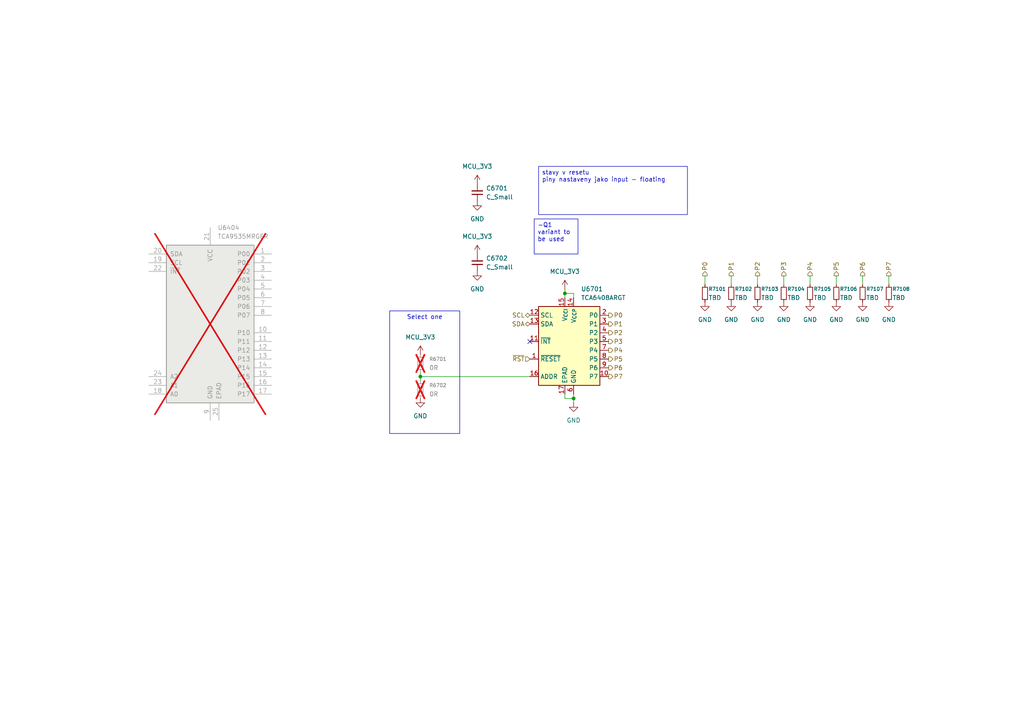
<source format=kicad_sch>
(kicad_sch (version 20250114) (generator "eeschema") (generator_version "9.0")
  (paper "A4")
  (lib_symbols
    (symbol "Device:C_Small" (pin_numbers (hide yes)) (pin_names (offset 0.254) (hide yes))
      (property "Reference" "C" (at 0.254 1.778 0))
      (property "Value" "C_Small" (at 0.254 -2.032 0))
      (symbol "C_Small_0_1"
        (polyline (pts (xy -1.524 0.508) (xy 1.524 0.508)) (stroke (width 0.3048)))
        (polyline (pts (xy -1.524 -0.508) (xy 1.524 -0.508)) (stroke (width 0.3302)))
      )
      (symbol "C_Small_1_1"
        (pin passive line (at 0 2.54 270) (length 2.032) (name "~") (number "1"))
        (pin passive line (at 0 -2.54 90) (length 2.032) (name "~") (number "2"))
      )
    )
    (symbol "Device:R_Small" (pin_numbers (hide yes)) (pin_names (offset 0.254) (hide yes))
      (property "Reference" "R" (at 0 0 90))
      (property "Value" "R_Small" (at 1.778 0 90))
      (symbol "R_Small_0_1"
        (rectangle (start -0.762 1.778) (end 0.762 -1.778) (stroke (width 0.2032)))
      )
      (symbol "R_Small_1_1"
        (pin passive line (at 0 2.54 270) (length 0.762) (name "~") (number "1"))
        (pin passive line (at 0 -2.54 90) (length 0.762) (name "~") (number "2"))
      )
    )
    (symbol "Interface_Expansion:TCA6408ARGT"
      (property "Reference" "U" (at -6.35 11.938 0))
      (property "Value" "TCA6408ARGT" (at 10.414 11.938 0))
      (symbol "TCA6408ARGT_1_1"
        (rectangle (start -7.62 10.16) (end 10.16 -12.7) (stroke (width 0.254)) (fill (type background)))
        (pin input line (at -10.16 7.62 0) (length 2.54) (name "SCL") (number "12"))
        (pin bidirectional line (at -10.16 5.08 0) (length 2.54) (name "SDA") (number "13"))
        (pin open_collector line (at -10.16 0 0) (length 2.54) (name "~{INT}") (number "11"))
        (pin input line (at -10.16 -5.08 0) (length 2.54) (name "~{RESET}") (number "1"))
        (pin input line (at -10.16 -10.16 0) (length 2.54) (name "ADDR") (number "16"))
        (pin power_in line (at 0 12.7 270) (length 2.54) (name "V_{CCI}") (number "15"))
        (pin passive line (at 0 -15.24 90) (length 2.54) (name "EPAD") (number "17"))
        (pin power_in line (at 2.54 12.7 270) (length 2.54) (name "V_{CCP}") (number "14"))
        (pin power_in line (at 2.54 -15.24 90) (length 2.54) (name "GND") (number "6"))
        (pin bidirectional line (at 12.7 7.62 180) (length 2.54) (name "P0") (number "2"))
        (pin bidirectional line (at 12.7 5.08 180) (length 2.54) (name "P1") (number "3"))
        (pin bidirectional line (at 12.7 2.54 180) (length 2.54) (name "P2") (number "4"))
        (pin bidirectional line (at 12.7 0 180) (length 2.54) (name "P3") (number "5"))
        (pin bidirectional line (at 12.7 -2.54 180) (length 2.54) (name "P4") (number "7"))
        (pin bidirectional line (at 12.7 -5.08 180) (length 2.54) (name "P5") (number "8"))
        (pin bidirectional line (at 12.7 -7.62 180) (length 2.54) (name "P6") (number "9"))
        (pin bidirectional line (at 12.7 -10.16 180) (length 2.54) (name "P7") (number "10"))
      )
    )
    (symbol "Interface_Expansion:TCA9535MRGER" (pin_names (offset 1.016))
      (property "Reference" "U" (at -11.43 24.13 0))
      (property "Value" "TCA9535MRGER" (at 0 0 0))
      (symbol "TCA9535MRGER_0_1"
        (rectangle (start -12.7 22.86) (end 12.7 -22.86) (stroke (width 0.254)) (fill (type background)))
      )
      (symbol "TCA9535MRGER_1_1"
        (pin bidirectional line (at -17.78 20.32 0) (length 5.08) (name "SDA") (number "20"))
        (pin input line (at -17.78 17.78 0) (length 5.08) (name "SCL") (number "19"))
        (pin open_collector line (at -17.78 15.24 0) (length 5.08) (name "~{INT}") (number "22"))
        (pin input line (at -17.78 -15.24 0) (length 5.08) (name "A2") (number "24"))
        (pin input line (at -17.78 -17.78 0) (length 5.08) (name "A1") (number "23"))
        (pin input line (at -17.78 -20.32 0) (length 5.08) (name "A0") (number "18"))
        (pin power_in line (at 0 27.94 270) (length 5.08) (name "VCC") (number "21"))
        (pin power_in line (at 0 -27.94 90) (length 5.08) (name "GND") (number "9"))
        (pin input line (at 2.54 -27.94 90) (length 5.08) (name "EPAD") (number "25"))
        (pin bidirectional line (at 17.78 20.32 180) (length 5.08) (name "P00") (number "1"))
        (pin bidirectional line (at 17.78 17.78 180) (length 5.08) (name "P01") (number "2"))
        (pin bidirectional line (at 17.78 15.24 180) (length 5.08) (name "P02") (number "3"))
        (pin bidirectional line (at 17.78 12.7 180) (length 5.08) (name "P03") (number "4"))
        (pin bidirectional line (at 17.78 10.16 180) (length 5.08) (name "P04") (number "5"))
        (pin bidirectional line (at 17.78 7.62 180) (length 5.08) (name "P05") (number "6"))
        (pin bidirectional line (at 17.78 5.08 180) (length 5.08) (name "P06") (number "7"))
        (pin bidirectional line (at 17.78 2.54 180) (length 5.08) (name "P07") (number "8"))
        (pin bidirectional line (at 17.78 -2.54 180) (length 5.08) (name "P10") (number "10"))
        (pin bidirectional line (at 17.78 -5.08 180) (length 5.08) (name "P11") (number "11"))
        (pin bidirectional line (at 17.78 -7.62 180) (length 5.08) (name "P12") (number "12"))
        (pin bidirectional line (at 17.78 -10.16 180) (length 5.08) (name "P13") (number "13"))
        (pin bidirectional line (at 17.78 -12.7 180) (length 5.08) (name "P14") (number "14"))
        (pin bidirectional line (at 17.78 -15.24 180) (length 5.08) (name "P15") (number "15"))
        (pin bidirectional line (at 17.78 -17.78 180) (length 5.08) (name "P16") (number "16"))
        (pin bidirectional line (at 17.78 -20.32 180) (length 5.08) (name "P17") (number "17"))
      )
    )
    (symbol "power:GND" (power) (pin_numbers (hide yes)) (pin_names (offset 0) (hide yes))
      (property "Value" "GND" (at 0 -3.81 0))
      (symbol "GND_0_1"
        (polyline (pts (xy 0 0) (xy 0 -1.27) (xy 1.27 -1.27) (xy 0 -2.54) (xy -1.27 -1.27) (xy 0 -1.27)))
      )
      (symbol "GND_1_1"
        (pin power_in line (at 0 0 270) (length 0) (name "~") (number "1"))
      )
    )
    (symbol "power:VD" (power) (pin_numbers (hide yes)) (pin_names (offset 0) (hide yes))
      (property "Value" "VD" (at 0 3.556 0))
      (symbol "VD_0_1"
        (polyline (pts (xy -0.762 1.27) (xy 0 2.54)))
        (polyline (pts (xy 0 2.54) (xy 0.762 1.27)))
        (polyline (pts (xy 0 0) (xy 0 2.54)))
      )
      (symbol "VD_1_1"
        (pin power_in line (at 0 0 90) (length 0) (name "~") (number "1"))
      )
    )
  )
  (text_box "stavy v resetu\npiny nastaveny jako input - floating" (at 156.21 48.26 0) (size 43.18 13.97) (margins 0.9525 0.9525 0.9525 0.9525) (effects (font (size 1.27 1.27)) (justify left top)))
  (text_box "Select one" (at 113.03 90.17 0) (size 20.32 35.56) (margins 0.9525 0.9525 0.9525 0.9525) (effects (font (size 1.27 1.27)) (justify top)))
  (text_box "-Q1 variant to be used" (at 154.94 63.5 0) (size 12.7 10.16) (margins 0.9525 0.9525 0.9525 0.9525) (effects (font (size 1.27 1.27)) (justify left top)))
  (junction (at 166.37 115.57))
  (junction (at 121.92 109.22))
  (junction (at 163.83 85.09))
  (no_connect (at 153.67 99.06))
  (wire (pts (xy 227.33 82.55) (xy 227.33 80.01)))
  (wire (pts (xy 121.92 110.49) (xy 121.92 109.22)))
  (wire (pts (xy 163.83 115.57) (xy 166.37 115.57)))
  (wire (pts (xy 166.37 116.84) (xy 166.37 115.57)))
  (wire (pts (xy 121.92 107.95) (xy 121.92 109.22)))
  (wire (pts (xy 166.37 85.09) (xy 166.37 86.36)))
  (wire (pts (xy 163.83 85.09) (xy 163.83 86.36)))
  (wire (pts (xy 212.09 82.55) (xy 212.09 80.01)))
  (wire (pts (xy 234.95 82.55) (xy 234.95 80.01)))
  (wire (pts (xy 121.92 109.22) (xy 153.67 109.22)))
  (wire (pts (xy 242.57 82.55) (xy 242.57 80.01)))
  (wire (pts (xy 163.83 115.57) (xy 163.83 114.3)))
  (wire (pts (xy 166.37 115.57) (xy 166.37 114.3)))
  (wire (pts (xy 163.83 85.09) (xy 166.37 85.09)))
  (wire (pts (xy 250.19 82.55) (xy 250.19 80.01)))
  (wire (pts (xy 204.47 82.55) (xy 204.47 80.01)))
  (wire (pts (xy 257.81 82.55) (xy 257.81 80.01)))
  (wire (pts (xy 163.83 83.82) (xy 163.83 85.09)))
  (wire (pts (xy 219.71 82.55) (xy 219.71 80.01)))
  (hierarchical_label "P2" (shape output) (at 176.53 96.52 0))
  (hierarchical_label "P6" (shape output) (at 250.19 80.01 90))
  (hierarchical_label "P5" (shape output) (at 176.53 104.14 0))
  (hierarchical_label "P1" (shape output) (at 212.09 80.01 90))
  (hierarchical_label "P6" (shape output) (at 176.53 106.68 0))
  (hierarchical_label "~{RST}" (shape input) (at 153.67 104.14 180))
  (hierarchical_label "P4" (shape output) (at 176.53 101.6 0))
  (hierarchical_label "P0" (shape output) (at 176.53 91.44 0))
  (hierarchical_label "P5" (shape output) (at 242.57 80.01 90))
  (hierarchical_label "P2" (shape output) (at 219.71 80.01 90))
  (hierarchical_label "P7" (shape output) (at 257.81 80.01 90))
  (hierarchical_label "P3" (shape output) (at 227.33 80.01 90))
  (hierarchical_label "P0" (shape output) (at 204.47 80.01 90))
  (hierarchical_label "P4" (shape output) (at 234.95 80.01 90))
  (hierarchical_label "P1" (shape output) (at 176.53 93.98 0))
  (hierarchical_label "SCL" (shape bidirectional) (at 153.67 91.44 180) (property "Netclass" "I2C" (effects (hide yes))))
  (hierarchical_label "P3" (shape output) (at 176.53 99.06 0))
  (hierarchical_label "SDA" (shape bidirectional) (at 153.67 93.98 180) (property "Netclass" "I2C" (effects (hide yes))))
  (hierarchical_label "P7" (shape output) (at 176.53 109.22 0))
  (symbol (lib_id "Device:C_Small") (at 138.43 76.2 180) (unit 1)
    (property "Reference" "C1902" (at 140.97 74.9235 0) (effects (justify right)))
    (property "Value" "C_Small" (at 140.97 77.4635 0) (effects (justify right)))
    (property "Footprint" "Capacitor_SMD:C_0603_1608Metric_Pad1.08x0.95mm_HandSolder" (effects (hide yes)))
    (property "Description" "Unpolarized capacitor, small symbol" (effects (hide yes)))
    (instances (project "EPS" (path "" (reference "C6702") (unit 1)) (path "" (reference "C1902") (unit 1))))
  )
  (symbol (lib_id "power:GND") (at 227.33 87.63 0) (unit 1)
    (property "Reference" "#PWR01609" (effects (hide yes)))
    (property "Value" "GND" (at 227.33 92.71 0))
    (property "Description" "Power symbol creates a global label with name \"GND\" , ground" (effects (hide yes)))
    (instances (project "EPS" (path "" (reference "#PWR07114") (unit 1)) (path "" (reference "#PWR01609") (unit 1))))
  )
  (symbol (lib_id "power:GND") (at 166.37 116.84 0) (unit 1)
    (property "Reference" "#PWR01904" (effects (hide yes)))
    (property "Value" "GND" (at 166.37 121.92 0))
    (property "Description" "Power symbol creates a global label with name \"GND\" , ground" (effects (hide yes)))
    (instances (project "EPS" (path "" (reference "#PWR06704") (unit 1)) (path "" (reference "#PWR01904") (unit 1))))
  )
  (symbol (lib_id "Device:R_Small") (at 212.09 85.09 180) (unit 1)
    (property "Reference" "R1604" (at 213.106 83.82 0) (effects (font (size 1.016 1.016)) (justify right)))
    (property "Value" "TBD" (at 213.106 86.36 0) (effects (justify right)))
    (property "Footprint" "Resistor_SMD:R_0603_1608Metric_Pad0.98x0.95mm_HandSolder" (effects (hide yes)))
    (property "Description" "Resistor, small symbol" (effects (hide yes)))
    (instances (project "EPS" (path "" (reference "R7102") (unit 1)) (path "" (reference "R1604") (unit 1))))
  )
  (symbol (lib_id "Device:R_Small") (at 250.19 85.09 180) (unit 1)
    (property "Reference" "R1609" (at 251.206 83.82 0) (effects (font (size 1.016 1.016)) (justify right)))
    (property "Value" "TBD" (at 251.206 86.36 0) (effects (justify right)))
    (property "Footprint" "Resistor_SMD:R_0603_1608Metric_Pad0.98x0.95mm_HandSolder" (effects (hide yes)))
    (property "Description" "Resistor, small symbol" (effects (hide yes)))
    (instances (project "EPS" (path "" (reference "R7107") (unit 1)) (path "" (reference "R1609") (unit 1))))
  )
  (symbol (lib_id "power:GND") (at 212.09 87.63 0) (unit 1)
    (property "Reference" "#PWR01607" (effects (hide yes)))
    (property "Value" "GND" (at 212.09 92.71 0))
    (property "Description" "Power symbol creates a global label with name \"GND\" , ground" (effects (hide yes)))
    (instances (project "EPS" (path "" (reference "#PWR07112") (unit 1)) (path "" (reference "#PWR01607") (unit 1))))
  )
  (symbol (lib_id "power:VD") (at 138.43 53.34 0) (unit 1)
    (property "Reference" "#PWR01905" (effects (hide yes)))
    (property "Value" "MCU_3V3" (at 138.43 48.26 0))
    (property "Description" "Power symbol creates a global label with name \"VD\"" (effects (hide yes)))
    (instances (project "EPS" (path "" (reference "#PWR06705") (unit 1)) (path "" (reference "#PWR01905") (unit 1))))
  )
  (symbol (lib_id "power:VD") (at 163.83 83.82 0) (unit 1)
    (property "Reference" "#PWR01903" (effects (hide yes)))
    (property "Value" "MCU_3V3" (at 163.83 78.74 0))
    (property "Description" "Power symbol creates a global label with name \"VD\"" (effects (hide yes)))
    (instances (project "EPS" (path "" (reference "#PWR06703") (unit 1)) (path "" (reference "#PWR01903") (unit 1))))
  )
  (symbol (lib_id "Device:R_Small") (at 121.92 113.03 180) (unit 1) (dnp yes)
    (property "Reference" "R1902" (at 124.46 111.7599 0) (effects (font (size 1.016 1.016)) (justify right)))
    (property "Value" "0R" (at 124.46 114.2999 0) (effects (justify right)))
    (property "Footprint" "Resistor_SMD:R_0603_1608Metric_Pad0.98x0.95mm_HandSolder" (effects (hide yes)))
    (property "Description" "Resistor, small symbol" (effects (hide yes)))
    (instances (project "EPS" (path "" (reference "R6702") (unit 1)) (path "" (reference "R1902") (unit 1))))
  )
  (symbol (lib_id "power:GND") (at 121.92 115.57 0) (unit 1)
    (property "Reference" "#PWR01902" (effects (hide yes)))
    (property "Value" "GND" (at 121.92 120.65 0))
    (property "Description" "Power symbol creates a global label with name \"GND\" , ground" (effects (hide yes)))
    (instances (project "EPS" (path "" (reference "#PWR06702") (unit 1)) (path "" (reference "#PWR01902") (unit 1))))
  )
  (symbol (lib_id "power:GND") (at 242.57 87.63 0) (unit 1)
    (property "Reference" "#PWR01611" (effects (hide yes)))
    (property "Value" "GND" (at 242.57 92.71 0))
    (property "Description" "Power symbol creates a global label with name \"GND\" , ground" (effects (hide yes)))
    (instances (project "EPS" (path "" (reference "#PWR07116") (unit 1)) (path "" (reference "#PWR01611") (unit 1))))
  )
  (symbol (lib_id "power:GND") (at 234.95 87.63 0) (unit 1)
    (property "Reference" "#PWR01610" (effects (hide yes)))
    (property "Value" "GND" (at 234.95 92.71 0))
    (property "Description" "Power symbol creates a global label with name \"GND\" , ground" (effects (hide yes)))
    (instances (project "EPS" (path "" (reference "#PWR07115") (unit 1)) (path "" (reference "#PWR01610") (unit 1))))
  )
  (symbol (lib_id "power:GND") (at 204.47 87.63 0) (unit 1)
    (property "Reference" "#PWR01608" (effects (hide yes)))
    (property "Value" "GND" (at 204.47 92.71 0))
    (property "Description" "Power symbol creates a global label with name \"GND\" , ground" (effects (hide yes)))
    (instances (project "EPS" (path "" (reference "#PWR07113") (unit 1)) (path "" (reference "#PWR01608") (unit 1))))
  )
  (symbol (lib_id "power:GND") (at 250.19 87.63 0) (unit 1)
    (property "Reference" "#PWR01613" (effects (hide yes)))
    (property "Value" "GND" (at 250.19 92.71 0))
    (property "Description" "Power symbol creates a global label with name \"GND\" , ground" (effects (hide yes)))
    (instances (project "EPS" (path "" (reference "#PWR07118") (unit 1)) (path "" (reference "#PWR01613") (unit 1))))
  )
  (symbol (lib_id "Device:R_Small") (at 227.33 85.09 180) (unit 1)
    (property "Reference" "R1606" (at 228.346 83.82 0) (effects (font (size 1.016 1.016)) (justify right)))
    (property "Value" "TBD" (at 228.346 86.36 0) (effects (justify right)))
    (property "Footprint" "Resistor_SMD:R_0603_1608Metric_Pad0.98x0.95mm_HandSolder" (effects (hide yes)))
    (property "Description" "Resistor, small symbol" (effects (hide yes)))
    (instances (project "EPS" (path "" (reference "R7104") (unit 1)) (path "" (reference "R1606") (unit 1))))
  )
  (symbol (lib_id "Device:C_Small") (at 138.43 55.88 180) (unit 1)
    (property "Reference" "C1901" (at 140.97 54.6035 0) (effects (justify right)))
    (property "Value" "C_Small" (at 140.97 57.1435 0) (effects (justify right)))
    (property "Footprint" "Capacitor_SMD:C_0603_1608Metric_Pad1.08x0.95mm_HandSolder" (effects (hide yes)))
    (property "Description" "Unpolarized capacitor, small symbol" (effects (hide yes)))
    (instances (project "EPS" (path "" (reference "C6701") (unit 1)) (path "" (reference "C1901") (unit 1))))
  )
  (symbol (lib_id "Device:R_Small") (at 234.95 85.09 180) (unit 1)
    (property "Reference" "R1607" (at 235.966 83.82 0) (effects (font (size 1.016 1.016)) (justify right)))
    (property "Value" "TBD" (at 235.966 86.36 0) (effects (justify right)))
    (property "Footprint" "Resistor_SMD:R_0603_1608Metric_Pad0.98x0.95mm_HandSolder" (effects (hide yes)))
    (property "Description" "Resistor, small symbol" (effects (hide yes)))
    (instances (project "EPS" (path "" (reference "R7105") (unit 1)) (path "" (reference "R1607") (unit 1))))
  )
  (symbol (lib_id "Interface_Expansion:TCA9535MRGER") (at 60.96 93.98 0) (unit 1) (in_bom no) (on_board no) (dnp yes)
    (property "Reference" "U1602" (at 63.1033 66.04 0) (effects (justify left)))
    (property "Value" "TCA9535MRGER" (at 63.1033 68.58 0) (effects (justify left)))
    (property "Footprint" "Package_DFN_QFN:VQFN-24-1EP_4x4mm_P0.5mm_EP2.45x2.45mm" (effects (hide yes)))
    (property "Datasheet" "http://www.ti.com/lit/ds/symlink/tca9535.pdf" (effects (hide yes)))
    (property "Description" "16-bit I/O expander, I2C and SMBus interface, interrupts, w/o pull-ups, QFN-24" (effects (hide yes)))
    (instances (project "" (path "" (reference "U6404") (unit 1)) (path "" (reference "U1602") (unit 1))))
  )
  (symbol (lib_id "Device:R_Small") (at 242.57 85.09 180) (unit 1)
    (property "Reference" "R1608" (at 243.586 83.82 0) (effects (font (size 1.016 1.016)) (justify right)))
    (property "Value" "TBD" (at 243.586 86.36 0) (effects (justify right)))
    (property "Footprint" "Resistor_SMD:R_0603_1608Metric_Pad0.98x0.95mm_HandSolder" (effects (hide yes)))
    (property "Description" "Resistor, small symbol" (effects (hide yes)))
    (instances (project "EPS" (path "" (reference "R7106") (unit 1)) (path "" (reference "R1608") (unit 1))))
  )
  (symbol (lib_id "power:GND") (at 138.43 58.42 0) (unit 1)
    (property "Reference" "#PWR01906" (effects (hide yes)))
    (property "Value" "GND" (at 138.43 63.5 0))
    (property "Description" "Power symbol creates a global label with name \"GND\" , ground" (effects (hide yes)))
    (instances (project "EPS" (path "" (reference "#PWR06706") (unit 1)) (path "" (reference "#PWR01906") (unit 1))))
  )
  (symbol (lib_id "power:GND") (at 138.43 78.74 0) (unit 1)
    (property "Reference" "#PWR01908" (effects (hide yes)))
    (property "Value" "GND" (at 138.43 83.82 0))
    (property "Description" "Power symbol creates a global label with name \"GND\" , ground" (effects (hide yes)))
    (instances (project "EPS" (path "" (reference "#PWR06708") (unit 1)) (path "" (reference "#PWR01908") (unit 1))))
  )
  (symbol (lib_id "Device:R_Small") (at 121.92 105.41 180) (unit 1) (dnp yes)
    (property "Reference" "R1901" (at 124.46 104.1399 0) (effects (font (size 1.016 1.016)) (justify right)))
    (property "Value" "0R" (at 124.46 106.6799 0) (effects (justify right)))
    (property "Footprint" "Resistor_SMD:R_0603_1608Metric_Pad0.98x0.95mm_HandSolder" (effects (hide yes)))
    (property "Description" "Resistor, small symbol" (effects (hide yes)))
    (instances (project "EPS" (path "" (reference "R6701") (unit 1)) (path "" (reference "R1901") (unit 1))))
  )
  (symbol (lib_id "power:VD") (at 138.43 73.66 0) (unit 1)
    (property "Reference" "#PWR01907" (effects (hide yes)))
    (property "Value" "MCU_3V3" (at 138.43 68.58 0))
    (property "Description" "Power symbol creates a global label with name \"VD\"" (effects (hide yes)))
    (instances (project "EPS" (path "" (reference "#PWR06707") (unit 1)) (path "" (reference "#PWR01907") (unit 1))))
  )
  (symbol (lib_id "Interface_Expansion:TCA6408ARGT") (at 163.83 99.06 0) (unit 1)
    (property "Reference" "U1901" (at 168.5133 83.82 0) (effects (justify left)))
    (property "Value" "TCA6408ARGT" (at 168.5133 86.36 0) (effects (justify left)))
    (property "Footprint" "Package_DFN_QFN:VQFN-16-1EP_3x3mm_P0.5mm_EP1.45x1.45mm" (effects (hide yes)))
    (property "Datasheet" "https://www.ti.com/lit/gpn/tca6408a" (effects (hide yes)))
    (property "Description" "Low-Voltage 8-bit I2C and SMBus I/O Expander, VQFN-16" (effects (hide yes)))
    (instances (project "EPS" (path "" (reference "U6701") (unit 1)) (path "" (reference "U1901") (unit 1))))
  )
  (symbol (lib_id "Device:R_Small") (at 204.47 85.09 180) (unit 1)
    (property "Reference" "R1603" (at 205.486 83.82 0) (effects (font (size 1.016 1.016)) (justify right)))
    (property "Value" "TBD" (at 205.486 86.36 0) (effects (justify right)))
    (property "Footprint" "Resistor_SMD:R_0603_1608Metric_Pad0.98x0.95mm_HandSolder" (effects (hide yes)))
    (property "Description" "Resistor, small symbol" (effects (hide yes)))
    (instances (project "EPS" (path "" (reference "R7101") (unit 1)) (path "" (reference "R1603") (unit 1))))
  )
  (symbol (lib_id "power:GND") (at 219.71 87.63 0) (unit 1)
    (property "Reference" "#PWR01606" (effects (hide yes)))
    (property "Value" "GND" (at 219.71 92.71 0))
    (property "Description" "Power symbol creates a global label with name \"GND\" , ground" (effects (hide yes)))
    (instances (project "EPS" (path "" (reference "#PWR07111") (unit 1)) (path "" (reference "#PWR01606") (unit 1))))
  )
  (symbol (lib_id "power:GND") (at 257.81 87.63 0) (unit 1)
    (property "Reference" "#PWR01612" (effects (hide yes)))
    (property "Value" "GND" (at 257.81 92.71 0))
    (property "Description" "Power symbol creates a global label with name \"GND\" , ground" (effects (hide yes)))
    (instances (project "EPS" (path "" (reference "#PWR07117") (unit 1)) (path "" (reference "#PWR01612") (unit 1))))
  )
  (symbol (lib_id "Device:R_Small") (at 257.81 85.09 180) (unit 1)
    (property "Reference" "R1610" (at 258.826 83.82 0) (effects (font (size 1.016 1.016)) (justify right)))
    (property "Value" "TBD" (at 258.826 86.36 0) (effects (justify right)))
    (property "Footprint" "Resistor_SMD:R_0603_1608Metric_Pad0.98x0.95mm_HandSolder" (effects (hide yes)))
    (property "Description" "Resistor, small symbol" (effects (hide yes)))
    (instances (project "EPS" (path "" (reference "R7108") (unit 1)) (path "" (reference "R1610") (unit 1))))
  )
  (symbol (lib_id "Device:R_Small") (at 219.71 85.09 180) (unit 1)
    (property "Reference" "R1605" (at 220.726 83.82 0) (effects (font (size 1.016 1.016)) (justify right)))
    (property "Value" "TBD" (at 220.726 86.36 0) (effects (justify right)))
    (property "Footprint" "Resistor_SMD:R_0603_1608Metric_Pad0.98x0.95mm_HandSolder" (effects (hide yes)))
    (property "Description" "Resistor, small symbol" (effects (hide yes)))
    (instances (project "EPS" (path "" (reference "R7103") (unit 1)) (path "" (reference "R1605") (unit 1))))
  )
  (symbol (lib_id "power:VD") (at 121.92 102.87 0) (unit 1)
    (property "Reference" "#PWR01901" (effects (hide yes)))
    (property "Value" "MCU_3V3" (at 121.92 97.79 0))
    (property "Description" "Power symbol creates a global label with name \"VD\"" (effects (hide yes)))
    (instances (project "EPS" (path "" (reference "#PWR06701") (unit 1)) (path "" (reference "#PWR01901") (unit 1))))
  )
)
</source>
